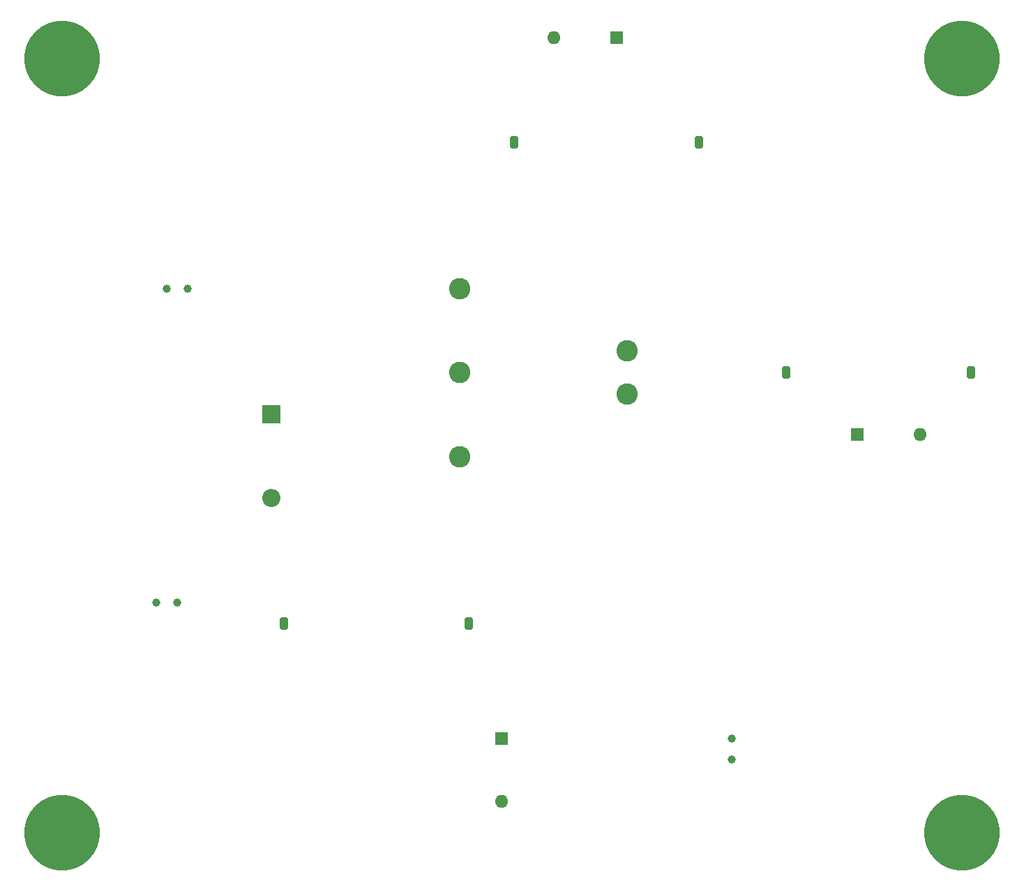
<source format=gbr>
%TF.GenerationSoftware,KiCad,Pcbnew,(6.0.0)*%
%TF.CreationDate,2023-03-29T15:00:35+03:00*%
%TF.ProjectId,shema,7368656d-612e-46b6-9963-61645f706362,rev?*%
%TF.SameCoordinates,Original*%
%TF.FileFunction,Copper,L2,Bot*%
%TF.FilePolarity,Positive*%
%FSLAX46Y46*%
G04 Gerber Fmt 4.6, Leading zero omitted, Abs format (unit mm)*
G04 Created by KiCad (PCBNEW (6.0.0)) date 2023-03-29 15:00:35*
%MOMM*%
%LPD*%
G01*
G04 APERTURE LIST*
G04 Aperture macros list*
%AMRoundRect*
0 Rectangle with rounded corners*
0 $1 Rounding radius*
0 $2 $3 $4 $5 $6 $7 $8 $9 X,Y pos of 4 corners*
0 Add a 4 corners polygon primitive as box body*
4,1,4,$2,$3,$4,$5,$6,$7,$8,$9,$2,$3,0*
0 Add four circle primitives for the rounded corners*
1,1,$1+$1,$2,$3*
1,1,$1+$1,$4,$5*
1,1,$1+$1,$6,$7*
1,1,$1+$1,$8,$9*
0 Add four rect primitives between the rounded corners*
20,1,$1+$1,$2,$3,$4,$5,0*
20,1,$1+$1,$4,$5,$6,$7,0*
20,1,$1+$1,$6,$7,$8,$9,0*
20,1,$1+$1,$8,$9,$2,$3,0*%
G04 Aperture macros list end*
%TA.AperFunction,ComponentPad*%
%ADD10RoundRect,0.250000X0.250000X0.512000X-0.250000X0.512000X-0.250000X-0.512000X0.250000X-0.512000X0*%
%TD*%
%TA.AperFunction,ComponentPad*%
%ADD11RoundRect,0.250000X-0.250000X-0.512000X0.250000X-0.512000X0.250000X0.512000X-0.250000X0.512000X0*%
%TD*%
%TA.AperFunction,ComponentPad*%
%ADD12C,9.200000*%
%TD*%
%TA.AperFunction,ComponentPad*%
%ADD13C,1.000000*%
%TD*%
%TA.AperFunction,ComponentPad*%
%ADD14O,1.600000X1.600000*%
%TD*%
%TA.AperFunction,ComponentPad*%
%ADD15R,1.600000X1.600000*%
%TD*%
%TA.AperFunction,ComponentPad*%
%ADD16C,2.600000*%
%TD*%
%TA.AperFunction,ComponentPad*%
%ADD17R,2.200000X2.200000*%
%TD*%
%TA.AperFunction,ComponentPad*%
%ADD18O,2.200000X2.200000*%
%TD*%
G04 APERTURE END LIST*
D10*
%TO.P,F3,2*%
%TO.N,load_RPi*%
X197080000Y-83820000D03*
%TO.P,F3,1*%
%TO.N,Net-(D3-Pad2)*%
X219480000Y-83820000D03*
%TD*%
D11*
%TO.P,F2,2*%
%TO.N,load_QR*%
X186460000Y-55880000D03*
%TO.P,F2,1*%
%TO.N,Net-(D2-Pad2)*%
X164060000Y-55880000D03*
%TD*%
%TO.P,F1,2*%
%TO.N,load_wicket*%
X158520000Y-114300000D03*
%TO.P,F1,1*%
%TO.N,Net-(D1-Pad2)*%
X136120000Y-114300000D03*
%TD*%
D12*
%TO.P,REF\u002A\u002A,1*%
%TO.N,N/C*%
X218440000Y-139700000D03*
%TD*%
%TO.P,REF\u002A\u002A,1*%
%TO.N,N/C*%
X109220000Y-45720000D03*
%TD*%
%TO.P,REF\u002A\u002A,1*%
%TO.N,N/C*%
X109220000Y-139700000D03*
%TD*%
%TO.P,REF\u002A\u002A,1*%
%TO.N,N/C*%
X218440000Y-45720000D03*
%TD*%
D13*
%TO.P,D_power3,1,K*%
%TO.N,Net-(D_power3-Pad1)*%
X190500000Y-128270000D03*
%TO.P,D_power3,2,A*%
%TO.N,power_circuit*%
X190500000Y-130810000D03*
%TD*%
D14*
%TO.P,D7,2,A*%
%TO.N,Net-(D3-Pad1)*%
X213360000Y-91300000D03*
D15*
%TO.P,D7,1,K*%
%TO.N,Net-(D7-Pad1)*%
X205740000Y-91300000D03*
%TD*%
D13*
%TO.P,D_power1,1,K*%
%TO.N,Net-(D_power1-Pad1)*%
X123190000Y-111760000D03*
%TO.P,D_power1,2,A*%
%TO.N,power_circuit*%
X120650000Y-111760000D03*
%TD*%
D14*
%TO.P,D5,2,A*%
%TO.N,Net-(D1-Pad1)*%
X162560000Y-135890000D03*
D15*
%TO.P,D5,1,K*%
%TO.N,Net-(D5-Pad1)*%
X162560000Y-128270000D03*
%TD*%
D16*
%TO.P,DC_DC1,5,-Vout*%
%TO.N,-V_rpi*%
X157440000Y-73620000D03*
%TO.P,DC_DC1,4,No_Pin*%
%TO.N,unconnected-(DC_DC1-Pad4)*%
X157440000Y-83820000D03*
%TO.P,DC_DC1,3,+Vout*%
%TO.N,+5V_rpi*%
X157440000Y-94020000D03*
%TO.P,DC_DC1,2,-Vin*%
%TO.N,V_minus*%
X177800000Y-81220000D03*
%TO.P,DC_DC1,1,+Vin*%
%TO.N,load_RPi*%
X177740000Y-86420000D03*
%TD*%
D14*
%TO.P,D6,2,A*%
%TO.N,Net-(D2-Pad1)*%
X168910000Y-43180000D03*
D15*
%TO.P,D6,1,K*%
%TO.N,Net-(D6-Pad1)*%
X176530000Y-43180000D03*
%TD*%
D17*
%TO.P,D4,1,K*%
%TO.N,power_circuit*%
X134620000Y-88900000D03*
D18*
%TO.P,D4,2,A*%
%TO.N,Net-(D4-Pad2)*%
X134620000Y-99060000D03*
%TD*%
D13*
%TO.P,D_power2,1,K*%
%TO.N,Net-(D_power2-Pad1)*%
X124460000Y-73660000D03*
%TO.P,D_power2,2,A*%
%TO.N,power_circuit*%
X121920000Y-73660000D03*
%TD*%
M02*

</source>
